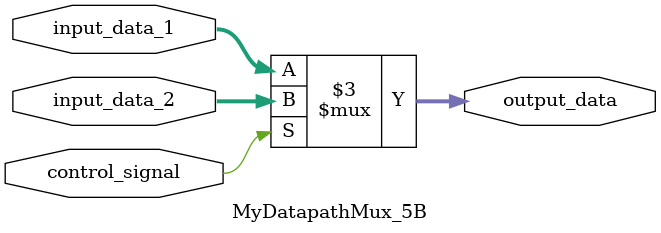
<source format=v>
module MyDatapathMux_5B(
    input control_signal,
    input [4:0] input_data_1, //0
    input [4:0] input_data_2, //1
    output reg [4:0] output_data
);

always @*
begin
    if(control_signal)
    begin
        output_data = input_data_2;
    end
    else
    begin
        output_data = input_data_1;
    end
end

endmodule

</source>
